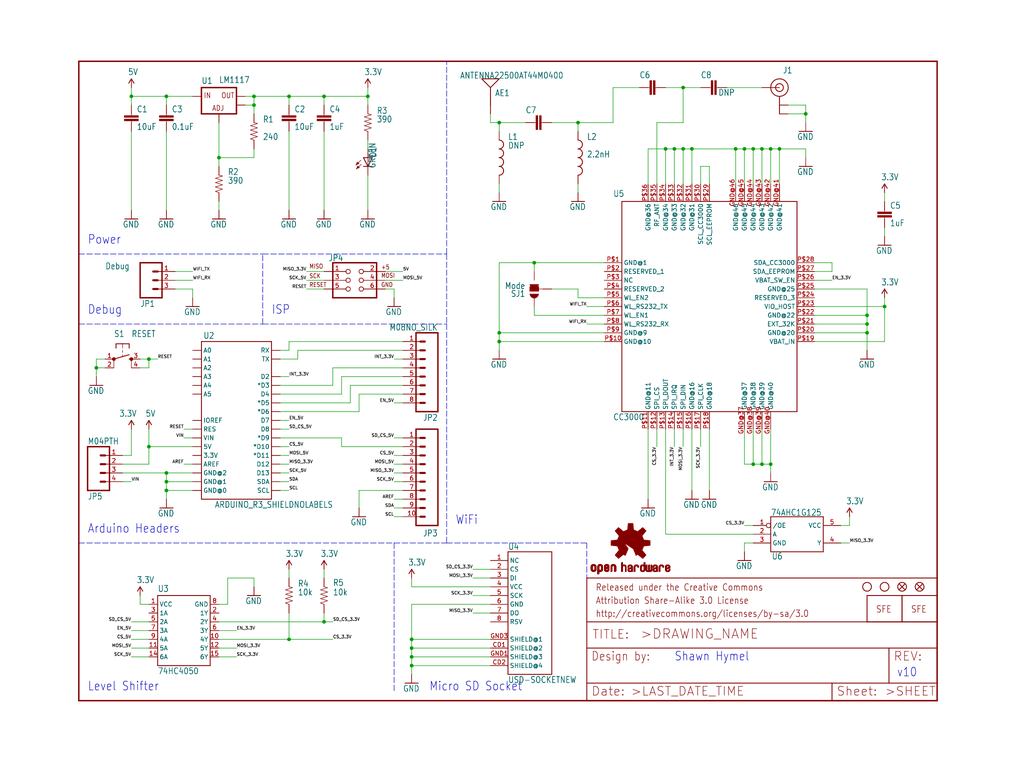
<source format=kicad_sch>
(kicad_sch (version 20211123) (generator eeschema)
  (paper "User" 297.002 223.926)
  (lib_symbols
    (symbol "schematicEagle-eagle-import:3.3V" (power)
      (property "Value" "3.3V" (at -1.016 3.556 0))
      (symbol "3.3V_1_0"
        (pin power_in line (at 0 0 90) (length 2.54) (name "3.3V") (number "1"))
      )
    )
    (symbol "schematicEagle-eagle-import:5V" (power)
      (property "Value" "5V" (at -1.016 3.556 0))
      (symbol "5V_1_0"
        (pin power_in line (at 0 0 90) (length 2.54) (name "5V") (number "1"))
      )
    )
    (symbol "schematicEagle-eagle-import:74AHC1G125"
      (property "Reference" "U" (at -7.366 -7.366 0))
      (property "Value" "74AHC1G125" (at -7.62 5.334 0))
      (symbol "74AHC1G125_1_0"
        (pin bidirectional inverted (at -12.7 2.54 0) (length 5.08) (name "/OE") (number "1"))
        (pin bidirectional line (at -12.7 0 0) (length 5.08) (name "A") (number "2"))
        (pin bidirectional line (at -12.7 -2.54 0) (length 5.08) (name "GND") (number "3"))
        (pin bidirectional line (at 12.7 -2.54 180) (length 5.08) (name "Y") (number "4"))
        (pin bidirectional line (at 12.7 2.54 180) (length 5.08) (name "VCC") (number "5"))
      )
    )
    (symbol "schematicEagle-eagle-import:ANTENNA22500AT44M0400"
      (property "Value" "ANTENNA22500AT44M0400" (at 1.27 -2.54 0))
      (symbol "ANTENNA22500AT44M0400_1_0"
        (pin bidirectional line (at 0 -5.08 90) (length 2.54) (name "SIGNAL") (number "FEED"))
      )
    )
    (symbol "schematicEagle-eagle-import:ARDUINO_R3_SHIELDNOLABELS"
      (property "Value" "ARDUINO_R3_SHIELDNOLABELS" (at -6.35 -27.94 0))
      (symbol "ARDUINO_R3_SHIELDNOLABELS_1_0"
        (pin bidirectional line (at -12.7 -12.7 0) (length 2.54) (name "3.3V") (number "3.3V"))
        (pin bidirectional line (at -12.7 -10.16 0) (length 2.54) (name "5V") (number "5V"))
        (pin bidirectional line (at -12.7 17.78 0) (length 2.54) (name "A0") (number "A0"))
        (pin bidirectional line (at -12.7 15.24 0) (length 2.54) (name "A1") (number "A1"))
        (pin bidirectional line (at -12.7 12.7 0) (length 2.54) (name "A2") (number "A2"))
        (pin bidirectional line (at -12.7 10.16 0) (length 2.54) (name "A3") (number "A3"))
        (pin bidirectional line (at -12.7 7.62 0) (length 2.54) (name "A4") (number "A4"))
        (pin bidirectional line (at -12.7 5.08 0) (length 2.54) (name "A5") (number "A5"))
        (pin bidirectional line (at -12.7 -15.24 0) (length 2.54) (name "AREF") (number "AREF"))
        (pin bidirectional line (at 12.7 -10.16 180) (length 2.54) (name "*D10") (number "D10"))
        (pin bidirectional line (at 12.7 -12.7 180) (length 2.54) (name "*D11") (number "D11"))
        (pin bidirectional line (at 12.7 -15.24 180) (length 2.54) (name "D12") (number "D12"))
        (pin bidirectional line (at 12.7 -17.78 180) (length 2.54) (name "D13") (number "D13"))
        (pin bidirectional line (at 12.7 10.16 180) (length 2.54) (name "D2") (number "D2"))
        (pin bidirectional line (at 12.7 7.62 180) (length 2.54) (name "*D3") (number "D3"))
        (pin bidirectional line (at 12.7 5.08 180) (length 2.54) (name "D4") (number "D4"))
        (pin bidirectional line (at 12.7 2.54 180) (length 2.54) (name "*D5") (number "D5"))
        (pin bidirectional line (at 12.7 0 180) (length 2.54) (name "*D6") (number "D6"))
        (pin bidirectional line (at 12.7 -2.54 180) (length 2.54) (name "D7") (number "D7"))
        (pin bidirectional line (at 12.7 -5.08 180) (length 2.54) (name "D8") (number "D8"))
        (pin bidirectional line (at 12.7 -7.62 180) (length 2.54) (name "*D9") (number "D9"))
        (pin bidirectional line (at -12.7 -22.86 0) (length 2.54) (name "GND@0") (number "GND@0"))
        (pin bidirectional line (at -12.7 -20.32 0) (length 2.54) (name "GND@1") (number "GND@1"))
        (pin bidirectional line (at -12.7 -17.78 0) (length 2.54) (name "GND@2") (number "GND@2"))
        (pin bidirectional line (at -12.7 -2.54 0) (length 2.54) (name "IOREF") (number "IOREF"))
        (pin bidirectional line (at -12.7 -5.08 0) (length 2.54) (name "RES") (number "RES"))
        (pin bidirectional line (at 12.7 17.78 180) (length 2.54) (name "RX") (number "RX"))
        (pin bidirectional line (at 12.7 -22.86 180) (length 2.54) (name "SCL") (number "SCL"))
        (pin bidirectional line (at 12.7 -20.32 180) (length 2.54) (name "SDA") (number "SDA"))
        (pin bidirectional line (at 12.7 15.24 180) (length 2.54) (name "TX") (number "TX"))
        (pin bidirectional line (at -12.7 -7.62 0) (length 2.54) (name "VIN") (number "VIN"))
      )
    )
    (symbol "schematicEagle-eagle-import:AVR_SPI_PRG_6PTH"
      (property "Reference" "J" (at -4.318 5.842 0))
      (property "Value" "AVR_SPI_PRG_6PTH" (at -4.064 -7.62 0))
      (symbol "AVR_SPI_PRG_6PTH_1_0"
        (text "+5" (at 8.89 3.048 0) (effects (font (size 1.27 1.0795)) (justify left bottom)))
        (text "GND" (at 8.89 -2.032 0) (effects (font (size 1.27 1.0795)) (justify left bottom)))
        (text "MISO" (at -11.938 3.302 0) (effects (font (size 1.27 1.0795)) (justify left bottom)))
        (text "MOSI" (at 8.89 0.635 0) (effects (font (size 1.27 1.0795)) (justify left bottom)))
        (text "RESET" (at -11.938 -2.032 0) (effects (font (size 1.27 1.0795)) (justify left bottom)))
        (text "SCK" (at -11.938 0.508 0) (effects (font (size 1.27 1.0795)) (justify left bottom)))
        (pin passive inverted (at -7.62 2.54 0) (length 7.62) (name "1") (number "1"))
        (pin passive inverted (at 10.16 2.54 180) (length 7.62) (name "2") (number "2"))
        (pin passive inverted (at -7.62 0 0) (length 7.62) (name "3") (number "3"))
        (pin passive inverted (at 10.16 0 180) (length 7.62) (name "4") (number "4"))
        (pin passive inverted (at -7.62 -2.54 0) (length 7.62) (name "5") (number "5"))
        (pin passive inverted (at 10.16 -2.54 180) (length 7.62) (name "6") (number "6"))
      )
    )
    (symbol "schematicEagle-eagle-import:CAP0603-CAP"
      (property "Reference" "C" (at 1.524 2.921 0))
      (property "Value" "CAP0603-CAP" (at 1.524 -2.159 0))
      (symbol "CAP0603-CAP_1_0"
        (pin passive line (at 0 5.08 270) (length 2.54) (name "1") (number "1"))
        (pin passive line (at 0 -2.54 90) (length 2.54) (name "2") (number "2"))
      )
    )
    (symbol "schematicEagle-eagle-import:CAP0805"
      (property "Reference" "C" (at 1.524 2.921 0))
      (property "Value" "CAP0805" (at 1.524 -2.159 0))
      (symbol "CAP0805_1_0"
        (pin passive line (at 0 5.08 270) (length 2.54) (name "1") (number "1"))
        (pin passive line (at 0 -2.54 90) (length 2.54) (name "2") (number "2"))
      )
    )
    (symbol "schematicEagle-eagle-import:CC3000"
      (property "Value" "CC3000" (at -27.94 -33.02 0))
      (symbol "CC3000_1_0"
        (pin bidirectional line (at 10.16 -35.56 90) (length 5.08) (name "GND@37") (number "GND@37"))
        (pin bidirectional line (at 12.7 -35.56 90) (length 5.08) (name "GND@38") (number "GND@38"))
        (pin bidirectional line (at 15.24 -35.56 90) (length 5.08) (name "GND@39") (number "GND@39"))
        (pin bidirectional line (at 17.78 -35.56 90) (length 5.08) (name "GND@40") (number "GND@40"))
        (pin bidirectional line (at 20.32 35.56 270) (length 5.08) (name "GND@41") (number "GND@41"))
        (pin bidirectional line (at 17.78 35.56 270) (length 5.08) (name "GND@42") (number "GND@42"))
        (pin bidirectional line (at 15.24 35.56 270) (length 5.08) (name "GND@43") (number "GND@43"))
        (pin bidirectional line (at 12.7 35.56 270) (length 5.08) (name "GND@44") (number "GND@44"))
        (pin bidirectional line (at 10.16 35.56 270) (length 5.08) (name "GND@45") (number "GND@45"))
        (pin bidirectional line (at 7.62 35.56 270) (length 5.08) (name "GND@46") (number "GND@46"))
        (pin bidirectional line (at -30.48 12.7 0) (length 5.08) (name "GND@1") (number "P$1"))
        (pin bidirectional line (at -30.48 -10.16 0) (length 5.08) (name "GND@10") (number "P$10"))
        (pin bidirectional line (at -17.78 -35.56 90) (length 5.08) (name "GND@11") (number "P$11"))
        (pin bidirectional line (at -15.24 -35.56 90) (length 5.08) (name "SPI_CS") (number "P$12"))
        (pin bidirectional line (at -12.7 -35.56 90) (length 5.08) (name "SPI_DOUT") (number "P$13"))
        (pin bidirectional line (at -10.16 -35.56 90) (length 5.08) (name "SPI_IRQ") (number "P$14"))
        (pin bidirectional line (at -7.62 -35.56 90) (length 5.08) (name "SPI_DIN") (number "P$15"))
        (pin bidirectional line (at -5.08 -35.56 90) (length 5.08) (name "GND@16") (number "P$16"))
        (pin bidirectional line (at -2.54 -35.56 90) (length 5.08) (name "SPI_CLK") (number "P$17"))
        (pin bidirectional line (at 0 -35.56 90) (length 5.08) (name "GND@18") (number "P$18"))
        (pin bidirectional line (at 30.48 -10.16 180) (length 5.08) (name "VBAT_IN") (number "P$19"))
        (pin bidirectional line (at -30.48 10.16 0) (length 5.08) (name "RESERVED_1") (number "P$2"))
        (pin bidirectional line (at 30.48 -7.62 180) (length 5.08) (name "GND@20") (number "P$20"))
        (pin bidirectional line (at 30.48 -5.08 180) (length 5.08) (name "EXT_32K") (number "P$21"))
        (pin bidirectional line (at 30.48 -2.54 180) (length 5.08) (name "GND@22") (number "P$22"))
        (pin bidirectional line (at 30.48 0 180) (length 5.08) (name "VIO_HOST") (number "P$23"))
        (pin bidirectional line (at 30.48 2.54 180) (length 5.08) (name "RESERVED_3") (number "P$24"))
        (pin bidirectional line (at 30.48 5.08 180) (length 5.08) (name "GND@25") (number "P$25"))
        (pin bidirectional line (at 30.48 7.62 180) (length 5.08) (name "VBAT_SW_EN") (number "P$26"))
        (pin bidirectional line (at 30.48 10.16 180) (length 5.08) (name "SDA_EEPROM") (number "P$27"))
        (pin bidirectional line (at 30.48 12.7 180) (length 5.08) (name "SDA_CC3000") (number "P$28"))
        (pin bidirectional line (at 0 35.56 270) (length 5.08) (name "SCL_EEPROM") (number "P$29"))
        (pin bidirectional line (at -30.48 7.62 0) (length 5.08) (name "NC") (number "P$3"))
        (pin bidirectional line (at -2.54 35.56 270) (length 5.08) (name "SCL_CC3000") (number "P$30"))
        (pin bidirectional line (at -5.08 35.56 270) (length 5.08) (name "GND@31") (number "P$31"))
        (pin bidirectional line (at -7.62 35.56 270) (length 5.08) (name "GND@32") (number "P$32"))
        (pin bidirectional line (at -10.16 35.56 270) (length 5.08) (name "GND@33") (number "P$33"))
        (pin bidirectional line (at -12.7 35.56 270) (length 5.08) (name "GND@34") (number "P$34"))
        (pin bidirectional line (at -15.24 35.56 270) (length 5.08) (name "RF_ANT") (number "P$35"))
        (pin bidirectional line (at -17.78 35.56 270) (length 5.08) (name "GND@36") (number "P$36"))
        (pin bidirectional line (at -30.48 5.08 0) (length 5.08) (name "RESERVED_2") (number "P$4"))
        (pin bidirectional line (at -30.48 2.54 0) (length 5.08) (name "WL_EN2") (number "P$5"))
        (pin bidirectional line (at -30.48 0 0) (length 5.08) (name "WL_RS232_TX") (number "P$6"))
        (pin bidirectional line (at -30.48 -2.54 0) (length 5.08) (name "WL_EN1") (number "P$7"))
        (pin bidirectional line (at -30.48 -5.08 0) (length 5.08) (name "WL_RS232_RX") (number "P$8"))
        (pin bidirectional line (at -30.48 -7.62 0) (length 5.08) (name "GND@9") (number "P$9"))
      )
    )
    (symbol "schematicEagle-eagle-import:FIDUCIAL1X2")
    (symbol "schematicEagle-eagle-import:FRAME-LETTER"
      (symbol "FRAME-LETTER_2_0"
        (text ">DRAWING_NAME" (at 15.494 17.78 0) (effects (font (size 2.7432 2.7432)) (justify left bottom)))
        (text ">LAST_DATE_TIME" (at 12.7 1.27 0) (effects (font (size 2.54 2.54)) (justify left bottom)))
        (text ">SHEET" (at 86.36 1.27 0) (effects (font (size 2.54 2.54)) (justify left bottom)))
        (text "Attribution Share-Alike 3.0 License" (at 2.54 27.94 0) (effects (font (size 1.9304 1.6408)) (justify left bottom)))
        (text "Date:" (at 1.27 1.27 0) (effects (font (size 2.54 2.54)) (justify left bottom)))
        (text "Design by:" (at 1.27 11.43 0) (effects (font (size 2.54 2.159)) (justify left bottom)))
        (text "http://creativecommons.org/licenses/by-sa/3.0" (at 2.54 24.13 0) (effects (font (size 1.9304 1.6408)) (justify left bottom)))
        (text "Released under the Creative Commons" (at 2.54 31.75 0) (effects (font (size 1.9304 1.6408)) (justify left bottom)))
        (text "REV:" (at 88.9 11.43 0) (effects (font (size 2.54 2.54)) (justify left bottom)))
        (text "Sheet:" (at 72.39 1.27 0) (effects (font (size 2.54 2.54)) (justify left bottom)))
        (text "TITLE:" (at 1.524 17.78 0) (effects (font (size 2.54 2.54)) (justify left bottom)))
      )
    )
    (symbol "schematicEagle-eagle-import:GND" (power)
      (property "Value" "GND" (at -2.54 -2.54 0))
      (symbol "GND_1_0"
        (pin power_in line (at 0 2.54 270) (length 2.54) (name "GND") (number "1"))
      )
    )
    (symbol "schematicEagle-eagle-import:HEX_CONVERTER"
      (property "Reference" "U" (at -7.62 10.16 0))
      (property "Value" "HEX_CONVERTER" (at -7.62 -12.7 0))
      (symbol "HEX_CONVERTER_1_0"
        (pin bidirectional line (at -10.16 7.62 0) (length 2.54) (name "VCC") (number "1"))
        (pin bidirectional line (at 10.16 -2.54 180) (length 2.54) (name "4Y") (number "10"))
        (pin bidirectional line (at -10.16 -5.08 0) (length 2.54) (name "5A") (number "11"))
        (pin bidirectional line (at 10.16 -5.08 180) (length 2.54) (name "5Y") (number "12"))
        (pin bidirectional line (at -10.16 -7.62 0) (length 2.54) (name "6A") (number "14"))
        (pin bidirectional line (at 10.16 -7.62 180) (length 2.54) (name "6Y") (number "15"))
        (pin bidirectional line (at 10.16 5.08 180) (length 2.54) (name "1Y") (number "2"))
        (pin bidirectional line (at -10.16 5.08 0) (length 2.54) (name "1A") (number "3"))
        (pin bidirectional line (at 10.16 2.54 180) (length 2.54) (name "2Y") (number "4"))
        (pin bidirectional line (at -10.16 2.54 0) (length 2.54) (name "2A") (number "5"))
        (pin bidirectional line (at 10.16 0 180) (length 2.54) (name "3Y") (number "6"))
        (pin bidirectional line (at -10.16 0 0) (length 2.54) (name "3A") (number "7"))
        (pin bidirectional line (at 10.16 7.62 180) (length 2.54) (name "GND") (number "8"))
        (pin bidirectional line (at -10.16 -2.54 0) (length 2.54) (name "4A") (number "9"))
      )
    )
    (symbol "schematicEagle-eagle-import:INDUCTOR0603"
      (property "Reference" "L" (at 2.54 5.08 0))
      (property "Value" "INDUCTOR0603" (at 2.54 -5.08 0))
      (symbol "INDUCTOR0603_1_0"
        (pin passive line (at 0 7.62 270) (length 2.54) (name "1") (number "1"))
        (pin passive line (at 0 -7.62 90) (length 2.54) (name "2") (number "2"))
      )
    )
    (symbol "schematicEagle-eagle-import:LED-GREEN0603"
      (property "Reference" "D" (at 3.556 -4.572 90))
      (property "Value" "LED-GREEN0603" (at 5.715 -4.572 90))
      (symbol "LED-GREEN0603_1_0"
        (pin passive line (at 0 2.54 270) (length 2.54) (name "A") (number "A"))
        (pin passive line (at 0 -5.08 90) (length 2.54) (name "C") (number "C"))
      )
    )
    (symbol "schematicEagle-eagle-import:LOGO-SFENEW"
      (symbol "LOGO-SFENEW_1_0"
        (text "SFE" (at 0 0 0) (effects (font (size 1.9304 1.6408)) (justify left bottom)))
      )
    )
    (symbol "schematicEagle-eagle-import:LOGO-SFESK"
      (symbol "LOGO-SFESK_1_0"
        (text "SFE" (at 0 0 0) (effects (font (size 1.9304 1.6408)) (justify left bottom)))
      )
    )
    (symbol "schematicEagle-eagle-import:M03PTH"
      (property "Reference" "JP" (at -2.54 5.842 0))
      (property "Value" "M03PTH" (at -2.54 -7.62 0))
      (symbol "M03PTH_1_0"
        (pin passive line (at 7.62 -2.54 180) (length 5.08) (name "1") (number "1"))
        (pin passive line (at 7.62 0 180) (length 5.08) (name "2") (number "2"))
        (pin passive line (at 7.62 2.54 180) (length 5.08) (name "3") (number "3"))
      )
    )
    (symbol "schematicEagle-eagle-import:M04PTH"
      (property "Reference" "JP" (at -5.08 8.382 0))
      (property "Value" "M04PTH" (at -5.08 -7.62 0))
      (symbol "M04PTH_1_0"
        (pin passive line (at 5.08 -2.54 180) (length 5.08) (name "1") (number "1"))
        (pin passive line (at 5.08 0 180) (length 5.08) (name "2") (number "2"))
        (pin passive line (at 5.08 2.54 180) (length 5.08) (name "3") (number "3"))
        (pin passive line (at 5.08 5.08 180) (length 5.08) (name "4") (number "4"))
      )
    )
    (symbol "schematicEagle-eagle-import:M08NO_SILK"
      (property "Reference" "JP" (at -5.08 13.462 0))
      (property "Value" "M08NO_SILK" (at -5.08 -12.7 0))
      (symbol "M08NO_SILK_1_0"
        (pin passive line (at 5.08 -7.62 180) (length 5.08) (name "1") (number "1"))
        (pin passive line (at 5.08 -5.08 180) (length 5.08) (name "2") (number "2"))
        (pin passive line (at 5.08 -2.54 180) (length 5.08) (name "3") (number "3"))
        (pin passive line (at 5.08 0 180) (length 5.08) (name "4") (number "4"))
        (pin passive line (at 5.08 2.54 180) (length 5.08) (name "5") (number "5"))
        (pin passive line (at 5.08 5.08 180) (length 5.08) (name "6") (number "6"))
        (pin passive line (at 5.08 7.62 180) (length 5.08) (name "7") (number "7"))
        (pin passive line (at 5.08 10.16 180) (length 5.08) (name "8") (number "8"))
      )
    )
    (symbol "schematicEagle-eagle-import:M10NO_SILK"
      (property "Reference" "JP" (at 0 8.89 0))
      (property "Value" "M10NO_SILK" (at 0 -22.86 0))
      (symbol "M10NO_SILK_1_0"
        (pin passive line (at 10.16 -17.78 180) (length 5.08) (name "1") (number "1"))
        (pin passive line (at 10.16 5.08 180) (length 5.08) (name "10") (number "10"))
        (pin passive line (at 10.16 -15.24 180) (length 5.08) (name "2") (number "2"))
        (pin passive line (at 10.16 -12.7 180) (length 5.08) (name "3") (number "3"))
        (pin passive line (at 10.16 -10.16 180) (length 5.08) (name "4") (number "4"))
        (pin passive line (at 10.16 -7.62 180) (length 5.08) (name "5") (number "5"))
        (pin passive line (at 10.16 -5.08 180) (length 5.08) (name "6") (number "6"))
        (pin passive line (at 10.16 -2.54 180) (length 5.08) (name "7") (number "7"))
        (pin passive line (at 10.16 0 180) (length 5.08) (name "8") (number "8"))
        (pin passive line (at 10.16 2.54 180) (length 5.08) (name "9") (number "9"))
      )
    )
    (symbol "schematicEagle-eagle-import:OSHW-LOGOS")
    (symbol "schematicEagle-eagle-import:RESISTOR0603"
      (property "Reference" "R" (at -3.81 1.4986 0))
      (property "Value" "RESISTOR0603" (at -3.81 -3.302 0))
      (symbol "RESISTOR0603_1_0"
        (pin passive line (at -5.08 0 0) (length 2.54) (name "1") (number "1"))
        (pin passive line (at 5.08 0 180) (length 2.54) (name "2") (number "2"))
      )
    )
    (symbol "schematicEagle-eagle-import:RESISTOR0603-RES"
      (property "Reference" "R" (at -3.81 1.4986 0))
      (property "Value" "RESISTOR0603-RES" (at -3.81 -3.302 0))
      (symbol "RESISTOR0603-RES_1_0"
        (pin passive line (at -5.08 0 0) (length 2.54) (name "1") (number "1"))
        (pin passive line (at 5.08 0 180) (length 2.54) (name "2") (number "2"))
      )
    )
    (symbol "schematicEagle-eagle-import:SOLDERJUMPER_2WAYPASTE1&2"
      (property "Reference" "SJ" (at 2.54 0.381 0))
      (property "Value" "SOLDERJUMPER_2WAYPASTE1&2" (at 2.54 -1.905 0))
      (symbol "SOLDERJUMPER_2WAYPASTE1&2_1_0"
        (pin passive line (at 0 5.08 270) (length 2.54) (name "1") (number "1"))
        (pin passive line (at -5.08 0 0) (length 2.54) (name "2") (number "2"))
        (pin passive line (at 0 -5.08 90) (length 2.54) (name "3") (number "3"))
      )
    )
    (symbol "schematicEagle-eagle-import:STAND-OFF")
    (symbol "schematicEagle-eagle-import:TAC_SWITCHSMD"
      (property "Reference" "S" (at -2.54 6.35 0))
      (property "Value" "TAC_SWITCHSMD" (at -2.54 -6.35 0))
      (symbol "TAC_SWITCHSMD_1_0"
        (pin passive line (at -5.08 0 0) (length 2.54) (name "1") (number "1"))
        (pin passive line (at -5.08 -2.54 0) (length 2.54) (name "2") (number "2"))
        (pin passive line (at 5.08 0 180) (length 2.54) (name "3") (number "3"))
        (pin passive line (at 5.08 -2.54 180) (length 2.54) (name "4") (number "4"))
      )
    )
    (symbol "schematicEagle-eagle-import:U.FL"
      (property "Reference" "J" (at -3.81 4.064 0))
      (symbol "U.FL_1_0"
        (pin bidirectional line (at -2.54 -5.08 0) (length 2.54) (name "GND@0") (number "P$1"))
        (pin bidirectional line (at -2.54 -7.62 0) (length 2.54) (name "GND@1") (number "P$2"))
        (pin bidirectional line (at 5.08 0 180) (length 5.08) (name "SIGNAL") (number "P$3"))
      )
    )
    (symbol "schematicEagle-eagle-import:USD-SOCKETNEW"
      (property "Reference" "U" (at -2.54 15.748 0))
      (property "Value" "USD-SOCKETNEW" (at -2.54 -22.86 0))
      (symbol "USD-SOCKETNEW_1_0"
        (pin bidirectional line (at -7.62 12.7 0) (length 5.08) (name "NC") (number "1"))
        (pin bidirectional line (at -7.62 10.16 0) (length 5.08) (name "CS") (number "2"))
        (pin bidirectional line (at -7.62 7.62 0) (length 5.08) (name "DI") (number "3"))
        (pin bidirectional line (at -7.62 5.08 0) (length 5.08) (name "VCC") (number "4"))
        (pin bidirectional line (at -7.62 2.54 0) (length 5.08) (name "SCK") (number "5"))
        (pin bidirectional line (at -7.62 0 0) (length 5.08) (name "GND") (number "6"))
        (pin bidirectional line (at -7.62 -2.54 0) (length 5.08) (name "DO") (number "7"))
        (pin bidirectional line (at -7.62 -5.08 0) (length 5.08) (name "RSV") (number "8"))
        (pin bidirectional line (at -7.62 -12.7 0) (length 5.08) (name "SHIELD@2") (number "CD1"))
        (pin bidirectional line (at -7.62 -17.78 0) (length 5.08) (name "SHIELD@4") (number "CD2"))
        (pin bidirectional line (at -7.62 -15.24 0) (length 5.08) (name "SHIELD@3") (number "GND1"))
        (pin bidirectional line (at -7.62 -10.16 0) (length 5.08) (name "SHIELD@1") (number "GND3"))
      )
    )
    (symbol "schematicEagle-eagle-import:V_REG_LM1117SOT223"
      (property "Reference" "IC" (at 2.54 -7.62 0))
      (property "Value" "V_REG_LM1117SOT223" (at 2.54 -10.16 0))
      (symbol "V_REG_LM1117SOT223_1_0"
        (text "ADJ" (at -2.032 -4.318 0) (effects (font (size 1.524 1.2954)) (justify left bottom)))
        (text "IN" (at -4.445 -0.635 0) (effects (font (size 1.524 1.2954)) (justify left bottom)))
        (text "OUT" (at 0.635 -0.635 0) (effects (font (size 1.524 1.2954)) (justify left bottom)))
        (pin input line (at 0 -7.62 90) (length 2.54) (name "ADJ") (number "1"))
        (pin output line (at 7.62 0 180) (length 2.54) (name "OUT") (number "2"))
        (pin input line (at -7.62 0 0) (length 2.54) (name "IN") (number "3"))
        (pin output line (at 7.62 -2.54 180) (length 2.54) (name "OUT@1") (number "4"))
      )
    )
  )
  (junction (at 144.78 35.56))
  (junction (at 106.68 27.94))
  (junction (at 215.9 43.18))
  (junction (at 223.52 43.18))
  (junction (at 193.04 43.18))
  (junction (at 63.5 45.72))
  (junction (at 256.54 88.9))
  (junction (at 213.36 43.18))
  (junction (at 119.38 185.42))
  (junction (at 27.94 106.68))
  (junction (at 83.82 27.94))
  (junction (at 144.78 99.06))
  (junction (at 198.12 25.4))
  (junction (at 38.1 27.94))
  (junction (at 154.94 76.2))
  (junction (at 167.64 35.56))
  (junction (at 220.98 43.18))
  (junction (at 119.38 193.04))
  (junction (at 43.18 104.14))
  (junction (at 195.58 43.18))
  (junction (at 251.46 91.44))
  (junction (at 218.44 134.62))
  (junction (at 73.66 30.48))
  (junction (at 93.98 27.94))
  (junction (at 83.82 185.42))
  (junction (at 226.06 43.18))
  (junction (at 43.18 129.54))
  (junction (at 73.66 27.94))
  (junction (at 251.46 96.52))
  (junction (at 119.38 187.96))
  (junction (at 223.52 134.62))
  (junction (at 48.26 142.24))
  (junction (at 200.66 43.18))
  (junction (at 233.68 33.02))
  (junction (at 48.26 139.7))
  (junction (at 48.26 27.94))
  (junction (at 198.12 43.18))
  (junction (at 220.98 134.62))
  (junction (at 119.38 190.5))
  (junction (at 218.44 43.18))
  (junction (at 251.46 93.98))
  (junction (at 144.78 96.52))
  (junction (at 93.98 180.34))
  (junction (at 48.26 137.16))
  (wire (pts (xy 27.94 104.14) (xy 27.94 106.68)))
  (wire (pts (xy 116.84 132.08) (xy 114.3 132.08)))
  (wire (pts (xy 81.28 132.08) (xy 83.82 132.08)))
  (wire (pts (xy 73.66 43.18) (xy 73.66 45.72)))
  (wire (pts (xy 93.98 167.64) (xy 93.98 165.1)))
  (wire (pts (xy 106.68 25.4) (xy 106.68 27.94)))
  (wire (pts (xy 86.36 101.6) (xy 116.84 101.6)))
  (wire (pts (xy 251.46 93.98) (xy 251.46 96.52)))
  (polyline (pts (xy 129.54 93.98) (xy 129.54 157.48)))
  (wire (pts (xy 73.66 30.48) (xy 73.66 33.02)))
  (wire (pts (xy 215.9 43.18) (xy 218.44 43.18)))
  (wire (pts (xy 63.5 45.72) (xy 63.5 48.26)))
  (wire (pts (xy 241.3 76.2) (xy 241.3 78.74)))
  (polyline (pts (xy 129.54 73.66) (xy 129.54 17.78)))
  (wire (pts (xy 236.22 76.2) (xy 241.3 76.2)))
  (wire (pts (xy 63.5 185.42) (xy 83.82 185.42)))
  (wire (pts (xy 142.24 185.42) (xy 119.38 185.42)))
  (wire (pts (xy 35.56 134.62) (xy 43.18 134.62)))
  (polyline (pts (xy 114.3 157.48) (xy 114.3 200.66)))
  (wire (pts (xy 48.26 38.1) (xy 48.26 60.96)))
  (wire (pts (xy 144.78 76.2) (xy 144.78 96.52)))
  (wire (pts (xy 111.76 81.28) (xy 116.84 81.28)))
  (wire (pts (xy 93.98 83.82) (xy 88.9 83.82)))
  (wire (pts (xy 200.66 53.34) (xy 200.66 43.18)))
  (wire (pts (xy 96.52 111.76) (xy 96.52 106.68)))
  (wire (pts (xy 167.64 83.82) (xy 160.02 83.82)))
  (wire (pts (xy 50.8 83.82) (xy 55.88 83.82)))
  (wire (pts (xy 190.5 35.56) (xy 198.12 35.56)))
  (polyline (pts (xy 22.86 93.98) (xy 76.2 93.98)))
  (wire (pts (xy 114.3 83.82) (xy 114.3 86.36)))
  (wire (pts (xy 81.28 121.92) (xy 83.82 121.92)))
  (wire (pts (xy 142.24 190.5) (xy 119.38 190.5)))
  (wire (pts (xy 71.12 27.94) (xy 73.66 27.94)))
  (wire (pts (xy 251.46 91.44) (xy 251.46 93.98)))
  (wire (pts (xy 218.44 152.4) (xy 215.9 152.4)))
  (wire (pts (xy 142.24 170.18) (xy 119.38 170.18)))
  (wire (pts (xy 215.9 53.34) (xy 215.9 43.18)))
  (polyline (pts (xy 76.2 73.66) (xy 129.54 73.66)))
  (wire (pts (xy 167.64 86.36) (xy 167.64 83.82)))
  (wire (pts (xy 104.14 142.24) (xy 104.14 147.32)))
  (wire (pts (xy 175.26 96.52) (xy 144.78 96.52)))
  (wire (pts (xy 243.84 157.48) (xy 246.38 157.48)))
  (wire (pts (xy 93.98 38.1) (xy 93.98 60.96)))
  (wire (pts (xy 63.5 187.96) (xy 68.58 187.96)))
  (wire (pts (xy 81.28 124.46) (xy 83.82 124.46)))
  (wire (pts (xy 205.74 48.26) (xy 205.74 53.34)))
  (wire (pts (xy 63.5 180.34) (xy 93.98 180.34)))
  (wire (pts (xy 226.06 43.18) (xy 233.68 43.18)))
  (polyline (pts (xy 170.18 157.48) (xy 170.18 167.64)))
  (wire (pts (xy 50.8 81.28) (xy 55.88 81.28)))
  (wire (pts (xy 177.8 35.56) (xy 177.8 25.4)))
  (wire (pts (xy 81.28 119.38) (xy 104.14 119.38)))
  (wire (pts (xy 50.8 78.74) (xy 55.88 78.74)))
  (wire (pts (xy 83.82 167.64) (xy 83.82 165.1)))
  (wire (pts (xy 38.1 27.94) (xy 38.1 25.4)))
  (wire (pts (xy 142.24 175.26) (xy 119.38 175.26)))
  (wire (pts (xy 251.46 83.82) (xy 251.46 91.44)))
  (wire (pts (xy 218.44 157.48) (xy 215.9 157.48)))
  (wire (pts (xy 218.44 134.62) (xy 220.98 134.62)))
  (wire (pts (xy 63.5 182.88) (xy 68.58 182.88)))
  (wire (pts (xy 43.18 104.14) (xy 45.72 104.14)))
  (wire (pts (xy 48.26 27.94) (xy 55.88 27.94)))
  (wire (pts (xy 144.78 53.34) (xy 144.78 55.88)))
  (wire (pts (xy 116.84 147.32) (xy 114.3 147.32)))
  (wire (pts (xy 175.26 93.98) (xy 170.18 93.98)))
  (wire (pts (xy 111.76 78.74) (xy 116.84 78.74)))
  (wire (pts (xy 220.98 43.18) (xy 223.52 43.18)))
  (wire (pts (xy 81.28 116.84) (xy 101.6 116.84)))
  (wire (pts (xy 43.18 180.34) (xy 38.1 180.34)))
  (wire (pts (xy 223.52 134.62) (xy 223.52 137.16)))
  (wire (pts (xy 43.18 175.26) (xy 40.64 175.26)))
  (wire (pts (xy 73.66 27.94) (xy 73.66 30.48)))
  (wire (pts (xy 246.38 152.4) (xy 246.38 149.86)))
  (wire (pts (xy 86.36 104.14) (xy 86.36 101.6)))
  (wire (pts (xy 203.2 48.26) (xy 205.74 48.26)))
  (wire (pts (xy 200.66 124.46) (xy 200.66 142.24)))
  (wire (pts (xy 200.66 43.18) (xy 213.36 43.18)))
  (wire (pts (xy 48.26 142.24) (xy 48.26 144.78)))
  (wire (pts (xy 203.2 124.46) (xy 203.2 129.54)))
  (wire (pts (xy 233.68 33.02) (xy 233.68 35.56)))
  (wire (pts (xy 111.76 83.82) (xy 114.3 83.82)))
  (wire (pts (xy 218.44 53.34) (xy 218.44 43.18)))
  (polyline (pts (xy 22.86 157.48) (xy 114.3 157.48)))
  (wire (pts (xy 83.82 27.94) (xy 93.98 27.94)))
  (wire (pts (xy 175.26 76.2) (xy 154.94 76.2)))
  (wire (pts (xy 43.18 129.54) (xy 43.18 124.46)))
  (wire (pts (xy 81.28 139.7) (xy 83.82 139.7)))
  (wire (pts (xy 198.12 35.56) (xy 198.12 25.4)))
  (wire (pts (xy 203.2 25.4) (xy 198.12 25.4)))
  (wire (pts (xy 63.5 175.26) (xy 66.04 175.26)))
  (wire (pts (xy 236.22 93.98) (xy 251.46 93.98)))
  (wire (pts (xy 210.82 25.4) (xy 220.98 25.4)))
  (wire (pts (xy 93.98 30.48) (xy 93.98 27.94)))
  (wire (pts (xy 35.56 139.7) (xy 38.1 139.7)))
  (wire (pts (xy 30.48 104.14) (xy 27.94 104.14)))
  (wire (pts (xy 154.94 88.9) (xy 154.94 91.44)))
  (wire (pts (xy 220.98 53.34) (xy 220.98 43.18)))
  (wire (pts (xy 40.64 106.68) (xy 43.18 106.68)))
  (wire (pts (xy 190.5 124.46) (xy 190.5 129.54)))
  (wire (pts (xy 187.96 124.46) (xy 187.96 144.78)))
  (wire (pts (xy 81.28 127) (xy 99.06 127)))
  (wire (pts (xy 215.9 134.62) (xy 218.44 134.62)))
  (wire (pts (xy 256.54 55.88) (xy 256.54 58.42)))
  (wire (pts (xy 83.82 177.8) (xy 83.82 185.42)))
  (wire (pts (xy 116.84 104.14) (xy 114.3 104.14)))
  (wire (pts (xy 213.36 43.18) (xy 215.9 43.18)))
  (wire (pts (xy 73.66 27.94) (xy 83.82 27.94)))
  (wire (pts (xy 256.54 88.9) (xy 256.54 86.36)))
  (wire (pts (xy 203.2 53.34) (xy 203.2 48.26)))
  (wire (pts (xy 142.24 193.04) (xy 119.38 193.04)))
  (wire (pts (xy 205.74 142.24) (xy 205.74 124.46)))
  (wire (pts (xy 63.5 58.42) (xy 63.5 60.96)))
  (wire (pts (xy 198.12 43.18) (xy 200.66 43.18)))
  (wire (pts (xy 83.82 101.6) (xy 83.82 99.06)))
  (wire (pts (xy 167.64 35.56) (xy 160.02 35.56)))
  (wire (pts (xy 116.84 142.24) (xy 104.14 142.24)))
  (wire (pts (xy 193.04 43.18) (xy 195.58 43.18)))
  (wire (pts (xy 104.14 119.38) (xy 104.14 114.3)))
  (wire (pts (xy 55.88 139.7) (xy 48.26 139.7)))
  (wire (pts (xy 81.28 137.16) (xy 83.82 137.16)))
  (wire (pts (xy 38.1 27.94) (xy 48.26 27.94)))
  (wire (pts (xy 119.38 193.04) (xy 119.38 195.58)))
  (wire (pts (xy 193.04 53.34) (xy 193.04 43.18)))
  (wire (pts (xy 228.6 30.48) (xy 233.68 30.48)))
  (wire (pts (xy 99.06 109.22) (xy 116.84 109.22)))
  (wire (pts (xy 101.6 116.84) (xy 101.6 111.76)))
  (wire (pts (xy 175.26 86.36) (xy 167.64 86.36)))
  (polyline (pts (xy 22.86 73.66) (xy 76.2 73.66)))
  (wire (pts (xy 35.56 137.16) (xy 48.26 137.16)))
  (wire (pts (xy 81.28 101.6) (xy 83.82 101.6)))
  (wire (pts (xy 236.22 91.44) (xy 251.46 91.44)))
  (wire (pts (xy 116.84 149.86) (xy 114.3 149.86)))
  (wire (pts (xy 38.1 132.08) (xy 38.1 124.46)))
  (wire (pts (xy 142.24 177.8) (xy 137.16 177.8)))
  (wire (pts (xy 223.52 134.62) (xy 223.52 124.46)))
  (wire (pts (xy 218.44 124.46) (xy 218.44 134.62)))
  (wire (pts (xy 198.12 25.4) (xy 193.04 25.4)))
  (wire (pts (xy 190.5 53.34) (xy 190.5 35.56)))
  (wire (pts (xy 243.84 152.4) (xy 246.38 152.4)))
  (wire (pts (xy 27.94 106.68) (xy 27.94 109.22)))
  (wire (pts (xy 81.28 142.24) (xy 83.82 142.24)))
  (wire (pts (xy 154.94 78.74) (xy 154.94 76.2)))
  (wire (pts (xy 38.1 38.1) (xy 38.1 60.96)))
  (wire (pts (xy 81.28 134.62) (xy 83.82 134.62)))
  (wire (pts (xy 99.06 129.54) (xy 116.84 129.54)))
  (wire (pts (xy 43.18 106.68) (xy 43.18 104.14)))
  (wire (pts (xy 43.18 185.42) (xy 38.1 185.42)))
  (wire (pts (xy 66.04 175.26) (xy 66.04 167.64)))
  (wire (pts (xy 55.88 134.62) (xy 53.34 134.62)))
  (wire (pts (xy 142.24 165.1) (xy 137.16 165.1)))
  (wire (pts (xy 167.64 53.34) (xy 167.64 55.88)))
  (polyline (pts (xy 76.2 93.98) (xy 129.54 93.98)))
  (wire (pts (xy 40.64 104.14) (xy 43.18 104.14)))
  (wire (pts (xy 152.4 35.56) (xy 144.78 35.56)))
  (wire (pts (xy 30.48 106.68) (xy 27.94 106.68)))
  (wire (pts (xy 175.26 88.9) (xy 170.18 88.9)))
  (wire (pts (xy 198.12 124.46) (xy 198.12 129.54)))
  (wire (pts (xy 215.9 124.46) (xy 215.9 134.62)))
  (wire (pts (xy 154.94 91.44) (xy 175.26 91.44)))
  (wire (pts (xy 63.5 190.5) (xy 68.58 190.5)))
  (wire (pts (xy 93.98 27.94) (xy 106.68 27.94)))
  (wire (pts (xy 48.26 30.48) (xy 48.26 27.94)))
  (wire (pts (xy 73.66 45.72) (xy 63.5 45.72)))
  (wire (pts (xy 256.54 99.06) (xy 256.54 88.9)))
  (wire (pts (xy 71.12 30.48) (xy 73.66 30.48)))
  (wire (pts (xy 116.84 144.78) (xy 114.3 144.78)))
  (polyline (pts (xy 129.54 157.48) (xy 170.18 157.48)))
  (wire (pts (xy 106.68 27.94) (xy 106.68 30.48)))
  (wire (pts (xy 233.68 30.48) (xy 233.68 33.02)))
  (wire (pts (xy 187.96 53.34) (xy 187.96 43.18)))
  (wire (pts (xy 55.88 129.54) (xy 43.18 129.54)))
  (wire (pts (xy 256.54 66.04) (xy 256.54 68.58)))
  (wire (pts (xy 55.88 124.46) (xy 53.34 124.46)))
  (wire (pts (xy 167.64 35.56) (xy 177.8 35.56)))
  (wire (pts (xy 48.26 137.16) (xy 48.26 139.7)))
  (wire (pts (xy 236.22 96.52) (xy 251.46 96.52)))
  (wire (pts (xy 81.28 111.76) (xy 96.52 111.76)))
  (wire (pts (xy 63.5 35.56) (xy 63.5 45.72)))
  (wire (pts (xy 81.28 114.3) (xy 99.06 114.3)))
  (wire (pts (xy 40.64 175.26) (xy 40.64 172.72)))
  (wire (pts (xy 83.82 27.94) (xy 83.82 30.48)))
  (wire (pts (xy 144.78 99.06) (xy 144.78 101.6)))
  (wire (pts (xy 38.1 30.48) (xy 38.1 27.94)))
  (wire (pts (xy 251.46 96.52) (xy 251.46 101.6)))
  (wire (pts (xy 236.22 88.9) (xy 256.54 88.9)))
  (wire (pts (xy 226.06 53.34) (xy 226.06 43.18)))
  (wire (pts (xy 93.98 180.34) (xy 96.52 180.34)))
  (wire (pts (xy 83.82 99.06) (xy 116.84 99.06)))
  (wire (pts (xy 177.8 25.4) (xy 185.42 25.4)))
  (wire (pts (xy 101.6 111.76) (xy 116.84 111.76)))
  (wire (pts (xy 93.98 177.8) (xy 93.98 180.34)))
  (wire (pts (xy 81.28 109.22) (xy 83.82 109.22)))
  (wire (pts (xy 195.58 124.46) (xy 195.58 129.54)))
  (wire (pts (xy 119.38 170.18) (xy 119.38 167.64)))
  (wire (pts (xy 66.04 167.64) (xy 73.66 167.64)))
  (wire (pts (xy 43.18 134.62) (xy 43.18 129.54)))
  (wire (pts (xy 96.52 106.68) (xy 116.84 106.68)))
  (wire (pts (xy 218.44 154.94) (xy 193.04 154.94)))
  (wire (pts (xy 119.38 185.42) (xy 119.38 187.96)))
  (wire (pts (xy 55.88 83.82) (xy 55.88 86.36)))
  (wire (pts (xy 106.68 40.64) (xy 106.68 43.18)))
  (wire (pts (xy 43.18 187.96) (xy 38.1 187.96)))
  (wire (pts (xy 220.98 134.62) (xy 223.52 134.62)))
  (wire (pts (xy 215.9 157.48) (xy 215.9 160.02)))
  (wire (pts (xy 93.98 81.28) (xy 88.9 81.28)))
  (polyline (pts (xy 129.54 73.66) (xy 129.54 93.98)))
  (wire (pts (xy 119.38 187.96) (xy 119.38 190.5)))
  (wire (pts (xy 195.58 43.18) (xy 198.12 43.18)))
  (wire (pts (xy 142.24 172.72) (xy 137.16 172.72)))
  (wire (pts (xy 55.88 137.16) (xy 48.26 137.16)))
  (wire (pts (xy 48.26 139.7) (xy 48.26 142.24)))
  (wire (pts (xy 106.68 50.8) (xy 106.68 60.96)))
  (wire (pts (xy 43.18 190.5) (xy 38.1 190.5)))
  (wire (pts (xy 233.68 43.18) (xy 233.68 45.72)))
  (wire (pts (xy 81.28 104.14) (xy 86.36 104.14)))
  (wire (pts (xy 236.22 81.28) (xy 241.3 81.28)))
  (wire (pts (xy 73.66 167.64) (xy 73.66 170.18)))
  (wire (pts (xy 154.94 76.2) (xy 144.78 76.2)))
  (wire (pts (xy 43.18 182.88) (xy 38.1 182.88)))
  (wire (pts (xy 116.84 139.7) (xy 114.3 139.7)))
  (wire (pts (xy 119.38 175.26) (xy 119.38 185.42)))
  (wire (pts (xy 144.78 35.56) (xy 144.78 38.1)))
  (wire (pts (xy 142.24 187.96) (xy 119.38 187.96)))
  (wire (pts (xy 55.88 142.24) (xy 48.26 142.24)))
  (wire (pts (xy 198.12 53.34) (xy 198.12 43.18)))
  (wire (pts (xy 241.3 78.74) (xy 236.22 78.74)))
  (wire (pts (xy 218.44 43.18) (xy 220.98 43.18)))
  (wire (pts (xy 223.52 53.34) (xy 223.52 43.18)))
  (polyline (pts (xy 76.2 93.98) (xy 76.2 73.66)))
  (wire (pts (xy 223.52 43.18) (xy 226.06 43.18)))
  (wire (pts (xy 35.56 132.08) (xy 38.1 132.08)))
  (wire (pts (xy 83.82 38.1) (xy 83.82 60.96)))
  (wire (pts (xy 119.38 190.5) (xy 119.38 193.04)))
  (wire (pts (xy 193.04 154.94) (xy 193.04 124.46)))
  (wire (pts (xy 213.36 53.34) (xy 213.36 43.18)))
  (wire (pts (xy 167.64 38.1) (xy 167.64 35.56)))
  (wire (pts (xy 99.06 127) (xy 99.06 129.54)))
  (wire (pts (xy 116.84 137.16) (xy 114.3 137.16)))
  (wire (pts (xy 236.22 99.06) (xy 256.54 99.06)))
  (wire (pts (xy 142.24 35.56) (xy 142.24 33.02)))
  (wire (pts (xy 116.84 116.84) (xy 114.3 116.84)))
  (wire (pts (xy 55.88 127) (xy 53.34 127)))
  (wire (pts (xy 83.82 185.42) (xy 96.52 185.42)))
  (polyline (pts (xy 114.3 157.48) (xy 129.54 157.48)))
  (wire (pts (xy 144.78 35.56) (xy 142.24 35.56)))
  (wire (pts (xy 99.06 114.3) (xy 99.06 109.22)))
  (wire (pts (xy 187.96 43.18) (xy 193.04 43.18)))
  (wire (pts (xy 195.58 53.34) (xy 195.58 43.18)))
  (wire (pts (xy 236.22 83.82) (xy 251.46 83.82)))
  (wire (pts (xy 144.78 96.52) (xy 144.78 99.06)))
  (wire (pts (xy 93.98 78.74) (xy 88.9 78.74)))
  (wire (pts (xy 116.84 127) (xy 114.3 127)))
  (wire (pts (xy 81.28 129.54) (xy 83.82 129.54)))
  (wire (pts (xy 142.24 167.64) (xy 137.16 167.64)))
  (wire (pts (xy 220.98 124.46) (xy 220.98 134.62)))
  (wire (pts (xy 228.6 33.02) (xy 233.68 33.02)))
  (wire (pts (xy 104.14 114.3) (xy 116.84 114.3)))
  (wire (pts (xy 116.84 134.62) (xy 114.3 134.62)))
  (wire (pts (xy 175.26 99.06) (xy 144.78 99.06)))
  (text "Arduino Headers" (at 25.4 154.94 180) (effects (font (size 2.54 2.159)) (justify left bottom)))
  (text "ISP" (at 78.74 91.44 180) (effects (font (size 2.54 2.159)) (justify left bottom)))
  (text "WiFi" (at 132.08 152.4 180) (effects (font (size 2.54 2.159)) (justify left bottom)))
  (text "Power" (at 25.4 71.12 180) (effects (font (size 2.54 2.159)) (justify left bottom)))
  (text "Level Shifter" (at 25.4 200.66 180) (effects (font (size 2.54 2.159)) (justify left bottom)))
  (text "v10" (at 260.096 196.596 180) (effects (font (size 2.54 2.159)) (justify left bottom)))
  (text "Debug" (at 25.4 91.44 180) (effects (font (size 2.54 2.159)) (justify left bottom)))
  (text "Shawn Hymel" (at 195.58 190.5 180) (effects (font (size 2.54 2.159)) (justify left)))
  (text "Micro SD Socket" (at 124.46 200.66 180) (effects (font (size 2.54 2.159)) (justify left bottom)))
  (label "MISO_3.3V" (at 83.82 134.62 0) (effects (font (size 0.889 0.889))))
  (label "AREF" (at 114.3 144.78 180) (effects (font (size 0.889 0.889))))
  (label "CS_3.3V" (at 190.5 129.54 270) (effects (font (size 0.889 0.889))))
  (label "SCK_5V" (at 88.9 81.28 180) (effects (font (size 0.889 0.889))))
  (label "CS_3.3V" (at 96.52 185.42 0) (effects (font (size 0.889 0.889))))
  (label "SD_CS_5V" (at 38.1 180.34 180) (effects (font (size 0.889 0.889))))
  (label "EN_3.3V" (at 68.58 182.88 0) (effects (font (size 0.889 0.889))))
  (label "WIFI_RX" (at 170.18 93.98 180) (effects (font (size 0.889 0.889))))
  (label "RESET" (at 88.9 83.82 180) (effects (font (size 0.889 0.889))))
  (label "INT_3.3V" (at 114.3 104.14 180) (effects (font (size 0.889 0.889))))
  (label "INT_3.3V" (at 195.58 129.54 270) (effects (font (size 0.889 0.889))))
  (label "SDA" (at 114.3 147.32 180) (effects (font (size 0.889 0.889))))
  (label "SCK_3.3V" (at 203.2 129.54 270) (effects (font (size 0.889 0.889))))
  (label "WIFI_TX" (at 55.88 78.74 0) (effects (font (size 0.889 0.889))))
  (label "SD_CS_5V" (at 114.3 127 180) (effects (font (size 0.889 0.889))))
  (label "MOSI_5V" (at 114.3 134.62 180) (effects (font (size 0.889 0.889))))
  (label "SCK_5V" (at 114.3 139.7 180) (effects (font (size 0.889 0.889))))
  (label "SCK_3.3V" (at 137.16 172.72 180) (effects (font (size 0.889 0.889))))
  (label "VIN" (at 53.34 127 180) (effects (font (size 0.889 0.889))))
  (label "CS_5V" (at 114.3 132.08 180) (effects (font (size 0.889 0.889))))
  (label "MISO_3.3V" (at 137.16 177.8 180) (effects (font (size 0.889 0.889))))
  (label "EN_5V" (at 83.82 121.92 0) (effects (font (size 0.889 0.889))))
  (label "SCK_5V" (at 83.82 137.16 0) (effects (font (size 0.889 0.889))))
  (label "5V" (at 116.84 78.74 0) (effects (font (size 0.889 0.889))))
  (label "SD_CS_3.3V" (at 96.52 180.34 0) (effects (font (size 0.889 0.889))))
  (label "EN_3.3V" (at 241.3 81.28 0) (effects (font (size 0.889 0.889))))
  (label "RESET" (at 53.34 124.46 180) (effects (font (size 0.889 0.889))))
  (label "EN_5V" (at 114.3 116.84 180) (effects (font (size 0.889 0.889))))
  (label "EN_5V" (at 38.1 182.88 180) (effects (font (size 0.889 0.889))))
  (label "SCK_5V" (at 38.1 190.5 180) (effects (font (size 0.889 0.889))))
  (label "WIFI_TX" (at 170.18 88.9 180) (effects (font (size 0.889 0.889))))
  (label "MOSI_5V" (at 116.84 81.28 0) (effects (font (size 0.889 0.889))))
  (label "MOSI_5V" (at 83.82 132.08 0) (effects (font (size 0.889 0.889))))
  (label "MISO_3.3V" (at 114.3 137.16 180) (effects (font (size 0.889 0.889))))
  (label "MISO_3.3V" (at 88.9 78.74 180) (effects (font (size 0.889 0.889))))
  (label "MOSI_3.3V" (at 137.16 167.64 180) (effects (font (size 0.889 0.889))))
  (label "MOSI_3.3V" (at 68.58 187.96 0) (effects (font (size 0.889 0.889))))
  (label "SCL" (at 114.3 149.86 180) (effects (font (size 0.889 0.889))))
  (label "SDA" (at 83.82 139.7 0) (effects (font (size 0.889 0.889))))
  (label "SCL" (at 83.82 142.24 0) (effects (font (size 0.889 0.889))))
  (label "AREF" (at 53.34 134.62 180) (effects (font (size 0.889 0.889))))
  (label "MISO_3.3V" (at 246.38 157.48 0) (effects (font (size 0.889 0.889))))
  (label "CS_5V" (at 83.82 129.54 0) (effects (font (size 0.889 0.889))))
  (label "WIFI_RX" (at 55.88 81.28 0) (effects (font (size 0.889 0.889))))
  (label "SD_CS_5V" (at 83.82 124.46 0) (effects (font (size 0.889 0.889))))
  (label "VIN" (at 38.1 139.7 0) (effects (font (size 0.889 0.889))))
  (label "MOSI_3.3V" (at 198.12 129.54 270) (effects (font (size 0.889 0.889))))
  (label "RESET" (at 45.72 104.14 0) (effects (font (size 0.889 0.889))))
  (label "MOSI_5V" (at 38.1 187.96 180) (effects (font (size 0.889 0.889))))
  (label "CS_5V" (at 38.1 185.42 180) (effects (font (size 0.889 0.889))))
  (label "CS_3.3V" (at 215.9 152.4 180) (effects (font (size 0.889 0.889))))
  (label "INT_3.3V" (at 83.82 109.22 0) (effects (font (size 0.889 0.889))))
  (label "SCK_3.3V" (at 68.58 190.5 0) (effects (font (size 0.889 0.889))))
  (label "SD_CS_3.3V" (at 137.16 165.1 180) (effects (font (size 0.889 0.889))))
  (symbol (lib_id "schematicEagle-eagle-import:OSHW-LOGOS") (at 182.88 157.48 0) (unit 1)
    (property "Reference" "LOGO1" (effects hide))
    (property "Value" "OSHW-LOGOS" (effects hide))
    (property "Footprint" "schematicEagle:OSHW-LOGO-S" (effects hide))
  )
  (symbol (lib_id "schematicEagle-eagle-import:INDUCTOR0603") (at 144.78 45.72 0) (unit 1)
    (property "Reference" "L1" (at 147.32 40.64 0) (effects (font (size 1.778 1.5113)) (justify left bottom)))
    (property "Value" "DNP" (at 147.32 43.18 0) (effects (font (size 1.778 1.5113)) (justify left bottom)))
    (property "Footprint" "schematicEagle:0603" (effects hide))
  )
  (symbol (lib_id "schematicEagle-eagle-import:GND") (at 233.68 48.26 0) (unit 1)
    (property "Reference" "#GND14" (effects hide))
    (property "Value" "GND" (at 231.14 50.8 0) (effects (font (size 1.778 1.5113)) (justify left bottom)))
    (property "Footprint" "schematicEagle:" (effects hide))
  )
  (symbol (lib_id "schematicEagle-eagle-import:3.3V") (at 40.64 172.72 0) (unit 1)
    (property "Reference" "#SUPPLY2" (effects hide))
    (property "Value" "3.3V" (at 39.624 169.164 0) (effects (font (size 1.778 1.5113)) (justify left bottom)))
    (property "Footprint" "schematicEagle:" (effects hide))
  )
  (symbol (lib_id "schematicEagle-eagle-import:LOGO-SFESK") (at 254 177.8 0) (unit 1)
    (property "Reference" "LOGO3" (effects hide))
    (property "Value" "LOGO-SFESK" (effects hide))
    (property "Footprint" "schematicEagle:SFE-LOGO-FLAME" (effects hide))
  )
  (symbol (lib_id "schematicEagle-eagle-import:STAND-OFF") (at 256.54 170.18 0) (unit 1)
    (property "Reference" "STANDOFF1" (effects hide))
    (property "Value" "STAND-OFF" (effects hide))
    (property "Footprint" "schematicEagle:STAND-OFF" (effects hide))
  )
  (symbol (lib_id "schematicEagle-eagle-import:GND") (at 48.26 63.5 0) (unit 1)
    (property "Reference" "#GND2" (effects hide))
    (property "Value" "GND" (at 45.72 66.04 0) (effects (font (size 1.778 1.5113)) (justify left bottom)))
    (property "Footprint" "schematicEagle:" (effects hide))
  )
  (symbol (lib_id "schematicEagle-eagle-import:RESISTOR0603-RES") (at 83.82 172.72 90) (unit 1)
    (property "Reference" "R4" (at 86.36 170.2054 90) (effects (font (size 1.778 1.5113)) (justify right top)))
    (property "Value" "10k" (at 86.36 172.72 90) (effects (font (size 1.778 1.5113)) (justify right top)))
    (property "Footprint" "schematicEagle:0603-RES" (effects hide))
  )
  (symbol (lib_id "schematicEagle-eagle-import:GND") (at 251.46 104.14 0) (unit 1)
    (property "Reference" "#GND13" (effects hide))
    (property "Value" "GND" (at 248.92 106.68 0) (effects (font (size 1.778 1.5113)) (justify left bottom)))
    (property "Footprint" "schematicEagle:" (effects hide))
  )
  (symbol (lib_id "schematicEagle-eagle-import:GND") (at 73.66 172.72 0) (unit 1)
    (property "Reference" "#GND6" (effects hide))
    (property "Value" "GND" (at 71.12 175.26 0) (effects (font (size 1.778 1.5113)) (justify left bottom)))
    (property "Footprint" "schematicEagle:" (effects hide))
  )
  (symbol (lib_id "schematicEagle-eagle-import:RESISTOR0603") (at 63.5 53.34 90) (unit 1)
    (property "Reference" "R2" (at 66.04 50.8254 90) (effects (font (size 1.778 1.5113)) (justify right top)))
    (property "Value" "390" (at 66.04 53.34 90) (effects (font (size 1.778 1.5113)) (justify right top)))
    (property "Footprint" "schematicEagle:0603-RES" (effects hide))
  )
  (symbol (lib_id "schematicEagle-eagle-import:M04PTH") (at 30.48 134.62 0) (mirror x) (unit 1)
    (property "Reference" "JP5" (at 25.4 143.002 0) (effects (font (size 1.778 1.5113)) (justify left bottom)))
    (property "Value" "M04PTH" (at 25.4 127 0) (effects (font (size 1.778 1.5113)) (justify left bottom)))
    (property "Footprint" "schematicEagle:1X04" (effects hide))
  )
  (symbol (lib_id "schematicEagle-eagle-import:74AHC1G125") (at 231.14 154.94 0) (unit 1)
    (property "Reference" "U6" (at 223.774 162.306 0) (effects (font (size 1.778 1.5113)) (justify left bottom)))
    (property "Value" "74AHC1G125" (at 223.52 149.606 0) (effects (font (size 1.778 1.5113)) (justify left bottom)))
    (property "Footprint" "schematicEagle:SOT23-5" (effects hide))
  )
  (symbol (lib_id "schematicEagle-eagle-import:3.3V") (at 119.38 167.64 0) (unit 1)
    (property "Reference" "#SUPPLY1" (effects hide))
    (property "Value" "3.3V" (at 118.364 164.084 0) (effects (font (size 1.778 1.5113)) (justify left bottom)))
    (property "Footprint" "schematicEagle:" (effects hide))
  )
  (symbol (lib_id "schematicEagle-eagle-import:CAP0805") (at 93.98 35.56 0) (unit 1)
    (property "Reference" "C4" (at 95.504 32.639 0) (effects (font (size 1.778 1.5113)) (justify left bottom)))
    (property "Value" "1uF" (at 95.504 37.719 0) (effects (font (size 1.778 1.5113)) (justify left bottom)))
    (property "Footprint" "schematicEagle:0805" (effects hide))
  )
  (symbol (lib_id "schematicEagle-eagle-import:STAND-OFF") (at 251.46 170.18 0) (unit 1)
    (property "Reference" "STANDOFF2" (effects hide))
    (property "Value" "STAND-OFF" (effects hide))
    (property "Footprint" "schematicEagle:STAND-OFF" (effects hide))
  )
  (symbol (lib_id "schematicEagle-eagle-import:TAC_SWITCHSMD") (at 35.56 104.14 0) (unit 1)
    (property "Reference" "S1" (at 33.02 97.79 0) (effects (font (size 1.778 1.5113)) (justify left bottom)))
    (property "Value" "RESET" (at 38.1 97.79 0) (effects (font (size 1.778 1.5113)) (justify left bottom)))
    (property "Footprint" "schematicEagle:TACTILE_SWITCH_SMD" (effects hide))
  )
  (symbol (lib_id "schematicEagle-eagle-import:CAP0603-CAP") (at 157.48 35.56 90) (unit 1)
    (property "Reference" "C7" (at 152.4 32.893 90) (effects (font (size 1.778 1.5113)) (justify right top)))
    (property "Value" "2.2pF" (at 157.48 40.513 90) (effects (font (size 1.778 1.5113)) (justify right top)))
    (property "Footprint" "schematicEagle:0603-CAP" (effects hide))
    (property "Value" "2.2pF" (effects hide))
    (property "Value" "2.2pF" (effects hide))
  )
  (symbol (lib_id "schematicEagle-eagle-import:GND") (at 223.52 139.7 0) (unit 1)
    (property "Reference" "#GND23" (effects hide))
    (property "Value" "GND" (at 220.98 142.24 0) (effects (font (size 1.778 1.5113)) (justify left bottom)))
    (property "Footprint" "schematicEagle:" (effects hide))
  )
  (symbol (lib_id "schematicEagle-eagle-import:AVR_SPI_PRG_6PTH") (at 101.6 81.28 0) (unit 1)
    (property "Reference" "JP4" (at 95.25 75.819 0) (effects (font (size 1.778 1.5113)) (justify left bottom)))
    (property "Value" "AVR_SPI_PRG_6PTH" (effects hide))
    (property "Footprint" "schematicEagle:2X3" (effects hide))
  )
  (symbol (lib_id "schematicEagle-eagle-import:3.3V") (at 246.38 149.86 0) (unit 1)
    (property "Reference" "#SUPPLY10" (effects hide))
    (property "Value" "3.3V" (at 245.364 146.304 0) (effects (font (size 1.778 1.5113)) (justify left bottom)))
    (property "Footprint" "schematicEagle:" (effects hide))
  )
  (symbol (lib_id "schematicEagle-eagle-import:HEX_CONVERTER") (at 53.34 182.88 0) (unit 1)
    (property "Reference" "U3" (at 45.72 171.704 0) (effects (font (size 1.778 1.5113)) (justify left bottom)))
    (property "Value" "74HC4050" (at 45.72 195.58 0) (effects (font (size 1.778 1.5113)) (justify left bottom)))
    (property "Footprint" "schematicEagle:SO016" (effects hide))
  )
  (symbol (lib_id "schematicEagle-eagle-import:LOGO-SFENEW") (at 264.16 177.8 0) (unit 1)
    (property "Reference" "LOGO2" (effects hide))
    (property "Value" "LOGO-SFENEW" (effects hide))
    (property "Footprint" "schematicEagle:SFE-NEW-WEBLOGO" (effects hide))
  )
  (symbol (lib_id "schematicEagle-eagle-import:FIDUCIAL1X2") (at 266.7 170.18 0) (unit 1)
    (property "Reference" "FID1" (effects hide))
    (property "Value" "FIDUCIAL1X2" (effects hide))
    (property "Footprint" "schematicEagle:FIDUCIAL-1X2" (effects hide))
  )
  (symbol (lib_id "schematicEagle-eagle-import:M08NO_SILK") (at 121.92 106.68 180) (unit 1)
    (property "Reference" "JP2" (at 127 120.142 0) (effects (font (size 1.778 1.5113)) (justify left bottom)))
    (property "Value" "M08NO_SILK" (at 127 93.98 0) (effects (font (size 1.778 1.5113)) (justify left bottom)))
    (property "Footprint" "schematicEagle:1X08_NO_SILK" (effects hide))
  )
  (symbol (lib_id "schematicEagle-eagle-import:U.FL") (at 226.06 25.4 0) (mirror y) (unit 1)
    (property "Reference" "J1" (at 229.87 21.336 0) (effects (font (size 1.778 1.5113)) (justify left bottom)))
    (property "Value" "U.FL" (effects hide))
    (property "Footprint" "schematicEagle:U.FL" (effects hide))
  )
  (symbol (lib_id "schematicEagle-eagle-import:CAP0603-CAP") (at 190.5 25.4 90) (unit 1)
    (property "Reference" "C6" (at 185.42 22.733 90) (effects (font (size 1.778 1.5113)) (justify right top)))
    (property "Value" "10pF" (at 190.5 27.813 90) (effects (font (size 1.778 1.5113)) (justify right top)))
    (property "Footprint" "schematicEagle:0603-CAP" (effects hide))
    (property "Value" "10pF" (effects hide))
    (property "Value" "10pF" (effects hide))
  )
  (symbol (lib_id "schematicEagle-eagle-import:V_REG_LM1117SOT223") (at 63.5 27.94 0) (unit 1)
    (property "Reference" "U1" (at 58.42 24.384 0) (effects (font (size 1.778 1.5113)) (justify left bottom)))
    (property "Value" "LM1117" (at 63.5 24.13 0) (effects (font (size 1.778 1.5113)) (justify left bottom)))
    (property "Footprint" "schematicEagle:SOT223" (effects hide))
  )
  (symbol (lib_id "schematicEagle-eagle-import:GND") (at 167.64 58.42 0) (unit 1)
    (property "Reference" "#GND17" (effects hide))
    (property "Value" "GND" (at 165.1 60.96 0) (effects (font (size 1.778 1.5113)) (justify left bottom)))
    (property "Footprint" "schematicEagle:" (effects hide))
  )
  (symbol (lib_id "schematicEagle-eagle-import:3.3V") (at 83.82 165.1 0) (unit 1)
    (property "Reference" "#SUPPLY8" (effects hide))
    (property "Value" "3.3V" (at 82.804 161.544 0) (effects (font (size 1.778 1.5113)) (justify left bottom)))
    (property "Footprint" "schematicEagle:" (effects hide))
  )
  (symbol (lib_id "schematicEagle-eagle-import:CAP0805") (at 256.54 63.5 0) (unit 1)
    (property "Reference" "C5" (at 258.064 60.579 0) (effects (font (size 1.778 1.5113)) (justify left bottom)))
    (property "Value" "1uF" (at 258.064 65.659 0) (effects (font (size 1.778 1.5113)) (justify left bottom)))
    (property "Footprint" "schematicEagle:0805" (effects hide))
  )
  (symbol (lib_id "schematicEagle-eagle-import:GND") (at 104.14 149.86 0) (unit 1)
    (property "Reference" "#GND24" (effects hide))
    (property "Value" "GND" (at 101.6 152.4 0) (effects (font (size 1.778 1.5113)) (justify left bottom)))
    (property "Footprint" "schematicEagle:" (effects hide))
  )
  (symbol (lib_id "schematicEagle-eagle-import:3.3V") (at 38.1 124.46 0) (unit 1)
    (property "Reference" "#SUPPLY11" (effects hide))
    (property "Value" "3.3V" (at 34.544 120.904 0) (effects (font (size 1.778 1.5113)) (justify left bottom)))
    (property "Footprint" "schematicEagle:" (effects hide))
  )
  (symbol (lib_id "schematicEagle-eagle-import:GND") (at 215.9 162.56 0) (unit 1)
    (property "Reference" "#GND11" (effects hide))
    (property "Value" "GND" (at 213.36 165.1 0) (effects (font (size 1.778 1.5113)) (justify left bottom)))
    (property "Footprint" "schematicEagle:" (effects hide))
  )
  (symbol (lib_id "schematicEagle-eagle-import:FRAME-LETTER") (at 22.86 203.2 0) (unit 1)
    (property "Reference" "FRAME1" (effects hide))
    (property "Value" "FRAME-LETTER" (effects hide))
    (property "Footprint" "schematicEagle:CREATIVE_COMMONS" (effects hide))
  )
  (symbol (lib_id "schematicEagle-eagle-import:SOLDERJUMPER_2WAYPASTE1&2") (at 154.94 83.82 180) (unit 1)
    (property "Reference" "SJ1" (at 152.4 84.201 0) (effects (font (size 1.778 1.5113)) (justify left bottom)))
    (property "Value" "Mode" (at 152.4 81.915 0) (effects (font (size 1.778 1.5113)) (justify left bottom)))
    (property "Footprint" "schematicEagle:SJ_3_PASTE1&2" (effects hide))
  )
  (symbol (lib_id "schematicEagle-eagle-import:FRAME-LETTER") (at 170.18 203.2 0) (unit 2)
    (property "Reference" "FRAME1" (effects hide))
    (property "Value" "FRAME-LETTER" (effects hide))
    (property "Footprint" "schematicEagle:CREATIVE_COMMONS" (effects hide))
  )
  (symbol (lib_id "schematicEagle-eagle-import:3.3V") (at 256.54 55.88 0) (unit 1)
    (property "Reference" "#SUPPLY7" (effects hide))
    (property "Value" "3.3V" (at 255.524 52.324 0) (effects (font (size 1.778 1.5113)) (justify left bottom)))
    (property "Footprint" "schematicEagle:" (effects hide))
  )
  (symbol (lib_id "schematicEagle-eagle-import:CAP0603-CAP") (at 48.26 35.56 0) (unit 1)
    (property "Reference" "C3" (at 49.784 32.639 0) (effects (font (size 1.778 1.5113)) (justify left bottom)))
    (property "Value" "0.1uF" (at 49.784 37.719 0) (effects (font (size 1.778 1.5113)) (justify left bottom)))
    (property "Footprint" "schematicEagle:0603-CAP" (effects hide))
  )
  (symbol (lib_id "schematicEagle-eagle-import:GND") (at 106.68 63.5 0) (unit 1)
    (property "Reference" "#GND19" (effects hide))
    (property "Value" "GND" (at 104.14 66.04 0) (effects (font (size 1.778 1.5113)) (justify left bottom)))
    (property "Footprint" "schematicEagle:" (effects hide))
  )
  (symbol (lib_id "schematicEagle-eagle-import:FIDUCIAL1X2") (at 261.62 170.18 0) (unit 1)
    (property "Reference" "FID2" (effects hide))
    (property "Value" "FIDUCIAL1X2" (effects hide))
    (property "Footprint" "schematicEagle:FIDUCIAL-1X2" (effects hide))
  )
  (symbol (lib_id "schematicEagle-eagle-import:GND") (at 187.96 147.32 0) (unit 1)
    (property "Reference" "#GND20" (effects hide))
    (property "Value" "GND" (at 185.42 149.86 0) (effects (font (size 1.778 1.5113)) (justify left bottom)))
    (property "Footprint" "schematicEagle:" (effects hide))
  )
  (symbol (lib_id "schematicEagle-eagle-import:GND") (at 144.78 58.42 0) (unit 1)
    (property "Reference" "#GND16" (effects hide))
    (property "Value" "GND" (at 142.24 60.96 0) (effects (font (size 1.778 1.5113)) (justify left bottom)))
    (property "Footprint" "schematicEagle:" (effects hide))
  )
  (symbol (lib_id "schematicEagle-eagle-import:LED-GREEN0603") (at 106.68 45.72 0) (unit 1)
    (property "Reference" "D1" (at 109.22 45.72 90) (effects (font (size 1.778 1.5113)) (justify left bottom)))
    (property "Value" "GREEN" (at 108.966 48.895 90) (effects (font (size 1.778 1.5113)) (justify left bottom)))
    (property "Footprint" "schematicEagle:LED-0603" (effects hide))
  )
  (symbol (lib_id "schematicEagle-eagle-import:GND") (at 205.74 144.78 0) (unit 1)
    (property "Reference" "#GND22" (effects hide))
    (property "Value" "GND" (at 203.2 147.32 0) (effects (font (size 1.778 1.5113)) (justify left bottom)))
    (property "Footprint" "schematicEagle:" (effects hide))
  )
  (symbol (lib_id "schematicEagle-eagle-import:5V") (at 43.18 124.46 0) (unit 1)
    (property "Reference" "#SUPPLY3" (effects hide))
    (property "Value" "5V" (at 42.164 120.904 0) (effects (font (size 1.778 1.5113)) (justify left bottom)))
    (property "Footprint" "schematicEagle:" (effects hide))
  )
  (symbol (lib_id "schematicEagle-eagle-import:USD-SOCKETNEW") (at 149.86 175.26 0) (unit 1)
    (property "Reference" "U4" (at 147.32 159.512 0) (effects (font (size 1.778 1.5113)) (justify left bottom)))
    (property "Value" "USD-SOCKETNEW" (at 147.32 198.12 0) (effects (font (size 1.778 1.5113)) (justify left bottom)))
    (property "Footprint" "schematicEagle:MICRO-SD-SOCKET-PP" (effects hide))
  )
  (symbol (lib_id "schematicEagle-eagle-import:GND") (at 27.94 111.76 0) (unit 1)
    (property "Reference" "#GND8" (effects hide))
    (property "Value" "GND" (at 25.4 114.3 0) (effects (font (size 1.778 1.5113)) (justify left bottom)))
    (property "Footprint" "schematicEagle:" (effects hide))
  )
  (symbol (lib_id "schematicEagle-eagle-import:RESISTOR0603-RES") (at 93.98 172.72 90) (unit 1)
    (property "Reference" "R5" (at 96.52 169.9514 90) (effects (font (size 1.778 1.5113)) (justify right top)))
    (property "Value" "10k" (at 96.52 172.72 90) (effects (font (size 1.778 1.5113)) (justify right top)))
    (property "Footprint" "schematicEagle:0603-RES" (effects hide))
  )
  (symbol (lib_id "schematicEagle-eagle-import:M03PTH") (at 43.18 81.28 0) (mirror x) (unit 1)
    (property "Reference" "JP1" (at 40.64 87.122 0) (effects (font (size 1.778 1.5113)) (justify left bottom)))
    (property "Value" "Debug" (at 30.48 76.2 0) (effects (font (size 1.778 1.5113)) (justify left bottom)))
    (property "Footprint" "schematicEagle:1X03" (effects hide))
  )
  (symbol (lib_id "schematicEagle-eagle-import:CAP0603-CAP") (at 208.28 25.4 90) (unit 1)
    (property "Reference" "C8" (at 203.2 22.733 90) (effects (font (size 1.778 1.5113)) (justify right top)))
    (property "Value" "DNP" (at 208.28 27.813 90) (effects (font (size 1.778 1.5113)) (justify right top)))
    (property "Footprint" "schematicEagle:0603-CAP" (effects hide))
  )
  (symbol (lib_id "schematicEagle-eagle-import:CAP0805") (at 38.1 35.56 0) (unit 1)
    (property "Reference" "C1" (at 39.624 32.639 0) (effects (font (size 1.778 1.5113)) (justify left bottom)))
    (property "Value" "10uF" (at 39.624 37.719 0) (effects (font (size 1.778 1.5113)) (justify left bottom)))
    (property "Footprint" "schematicEagle:0805" (effects hide))
  )
  (symbol (lib_id "schematicEagle-eagle-import:GND") (at 233.68 38.1 0) (unit 1)
    (property "Reference" "#GND15" (effects hide))
    (property "Value" "GND" (at 231.14 40.64 0) (effects (font (size 1.778 1.5113)) (justify left bottom)))
    (property "Footprint" "schematicEagle:" (effects hide))
  )
  (symbol (lib_id "schematicEagle-eagle-import:3.3V") (at 106.68 25.4 0) (unit 1)
    (property "Reference" "#SUPPLY5" (effects hide))
    (property "Value" "3.3V" (at 105.664 21.844 0) (effects (font (size 1.778 1.5113)) (justify left bottom)))
    (property "Footprint" "schematicEagle:" (effects hide))
  )
  (symbol (lib_id "schematicEagle-eagle-import:3.3V") (at 256.54 86.36 0) (unit 1)
    (property "Reference" "#SUPPLY6" (effects hide))
    (property "Value" "3.3V" (at 255.524 82.804 0) (effects (font (size 1.778 1.5113)) (justify left bottom)))
    (property "Footprint" "schematicEagle:" (effects hide))
  )
  (symbol (lib_id "schematicEagle-eagle-import:RESISTOR0603-RES") (at 106.68 35.56 90) (unit 1)
    (property "Reference" "R3" (at 109.22 33.0454 90) (effects (font (size 1.778 1.5113)) (justify right top)))
    (property "Value" "390" (at 109.22 35.56 90) (effects (font (size 1.778 1.5113)) (justify right top)))
    (property "Footprint" "schematicEagle:0603-RES" (effects hide))
  )
  (symbol (lib_id "schematicEagle-eagle-import:GND") (at 200.66 144.78 0) (unit 1)
    (property "Reference" "#GND21" (effects hide))
    (property "Value" "GND" (at 198.12 147.32 0) (effects (font (size 1.778 1.5113)) (justify left bottom)))
    (property "Footprint" "schematicEagle:" (effects hide))
  )
  (symbol (lib_id "schematicEagle-eagle-import:GND") (at 63.5 63.5 0) (unit 1)
    (property "Reference" "#GND1" (effects hide))
    (property "Value" "GND" (at 60.96 66.04 0) (effects (font (size 1.778 1.5113)) (justify left bottom)))
    (property "Footprint" "schematicEagle:" (effects hide))
  )
  (symbol (lib_id "schematicEagle-eagle-import:RESISTOR0603") (at 73.66 38.1 90) (unit 1)
    (property "Reference" "R1" (at 76.2 35.5854 90) (effects (font (size 1.778 1.5113)) (justify right top)))
    (property "Value" "240" (at 76.2 40.64 90) (effects (font (size 1.778 1.5113)) (justify right top)))
    (property "Footprint" "schematicEagle:0603-RES" (effects hide))
  )
  (symbol (lib_id "schematicEagle-eagle-import:INDUCTOR0603") (at 167.64 45.72 0) (unit 1)
    (property "Reference" "L2" (at 170.18 40.64 0) (effects (font (size 1.778 1.5113)) (justify left bottom)))
    (property "Value" "2.2nH" (at 170.18 45.72 0) (effects (font (size 1.778 1.5113)) (justify left bottom)))
    (property "Footprint" "schematicEagle:0603" (effects hide))
  )
  (symbol (lib_id "schematicEagle-eagle-import:GND") (at 114.3 88.9 0) (unit 1)
    (property "Reference" "#GND25" (effects hide))
    (property "Value" "GND" (at 111.76 91.44 0) (effects (font (size 1.778 1.5113)) (justify left bottom)))
    (property "Footprint" "schematicEagle:" (effects hide))
  )
  (symbol (lib_id "schematicEagle-eagle-import:GND") (at 48.26 147.32 0) (unit 1)
    (property "Reference" "#GND7" (effects hide))
    (property "Value" "GND" (at 45.72 149.86 0) (effects (font (size 1.778 1.5113)) (justify left bottom)))
    (property "Footprint" "schematicEagle:" (effects hide))
  )
  (symbol (lib_id "schematicEagle-eagle-import:M10NO_SILK") (at 127 144.78 180) (unit 1)
    (property "Reference" "JP3" (at 127 153.67 0) (effects (font (size 1.778 1.5113)) (justify left bottom)))
    (property "Value" "M10NO_SILK" (effects hide))
    (property "Footprint" "schematicEagle:1X10_NO_SILK" (effects hide))
  )
  (symbol (lib_id "schematicEagle-eagle-import:ARDUINO_R3_SHIELDNOLABELS") (at 68.58 119.38 0) (unit 1)
    (property "Reference" "U2" (at 58.928 98.298 0) (effects (font (size 1.778 1.5113)) (justify left bottom)))
    (property "Value" "ARDUINO_R3_SHIELDNOLABELS" (at 62.23 147.32 0) (effects (font (size 1.778 1.5113)) (justify left bottom)))
    (property "Footprint" "schematicEagle:UNO_R3_SHIELD_NOLABELS" (effects hide))
  )
  (symbol (lib_id "schematicEagle-eagle-import:CC3000") (at 205.74 88.9 0) (unit 1)
    (property "Reference" "U5" (at 177.8 57.15 0) (effects (font (size 1.778 1.5113)) (justify left bottom)))
    (property "Value" "CC3000" (at 177.8 121.92 0) (effects (font (size 1.778 1.5113)) (justify left bottom)))
    (property "Footprint" "schematicEagle:QFN-46_CC3000" (effects hide))
  )
  (symbol (lib_id "schematicEagle-eagle-import:GND") (at 38.1 63.5 0) (unit 1)
    (property "Reference" "#GND3" (effects hide))
    (property "Value" "GND" (at 35.56 66.04 0) (effects (font (size 1.778 1.5113)) (justify left bottom)))
    (property "Footprint" "schematicEagle:" (effects hide))
  )
  (symbol (lib_id "schematicEagle-eagle-import:GND") (at 93.98 63.5 0) (unit 1)
    (property "Reference" "#GND5" (effects hide))
    (property "Value" "GND" (at 91.44 66.04 0) (effects (font (size 1.778 1.5113)) (justify left bottom)))
    (property "Footprint" "schematicEagle:" (effects hide))
  )
  (symbol (lib_id "schematicEagle-eagle-import:ANTENNA22500AT44M0400") (at 142.24 27.94 0) (unit 1)
    (property "Reference" "AE1" (at 143.51 27.94 0) (effects (font (size 1.778 1.5113)) (justify left bottom)))
    (property "Value" "ANTENNA22500AT44M0400" (at 133.35 22.86 0) (effects (font (size 1.778 1.5113)) (justify left bottom)))
    (property "Footprint" "schematicEagle:ANTENNA-CHIP_2500AT44M0400" (effects hide))
  )
  (symbol (lib_id "schematicEagle-eagle-import:3.3V") (at 93.98 165.1 0) (unit 1)
    (property "Reference" "#SUPPLY9" (effects hide))
    (property "Value" "3.3V" (at 92.964 161.544 0) (effects (font (size 1.778 1.5113)) (justify left bottom)))
    (property "Footprint" "schematicEagle:" (effects hide))
  )
  (symbol (lib_id "schematicEagle-eagle-import:GND") (at 55.88 88.9 0) (unit 1)
    (property "Reference" "#GND18" (effects hide))
    (property "Value" "GND" (at 53.34 91.44 0) (effects (font (size 1.778 1.5113)) (justify left bottom)))
    (property "Footprint" "schematicEagle:" (effects hide))
  )
  (symbol (lib_id "schematicEagle-eagle-import:CAP0805") (at 83.82 35.56 0) (unit 1)
    (property "Reference" "C2" (at 85.344 32.639 0) (effects (font (size 1.778 1.5113)) (justify left bottom)))
    (property "Value" "10uF" (at 85.344 37.719 0) (effects (font (size 1.778 1.5113)) (justify left bottom)))
    (property "Footprint" "schematicEagle:0805" (effects hide))
  )
  (symbol (lib_id "schematicEagle-eagle-import:GND") (at 256.54 71.12 0) (unit 1)
    (property "Reference" "#GND12" (effects hide))
    (property "Value" "GND" (at 254 73.66 0) (effects (font (size 1.778 1.5113)) (justify left bottom)))
    (property "Footprint" "schematicEagle:" (effects hide))
  )
  (symbol (lib_id "schematicEagle-eagle-import:GND") (at 144.78 104.14 0) (unit 1)
    (property "Reference" "#GND10" (effects hide))
    (property "Value" "GND" (at 142.24 106.68 0) (effects (font (size 1.778 1.5113)) (justify left bottom)))
    (property "Footprint" "schematicEagle:" (effects hide))
  )
  (symbol (lib_id "schematicEagle-eagle-import:GND") (at 119.38 198.12 0) (unit 1)
    (property "Reference" "#GND9" (effects hide))
    (property "Value" "GND" (at 116.84 200.66 0) (effects (font (size 1.778 1.5113)) (justify left bottom)))
    (property "Footprint" "schematicEagle:" (effects hide))
  )
  (symbol (lib_id "schematicEagle-eagle-import:5V") (at 38.1 25.4 0) (unit 1)
    (property "Reference" "#SUPPLY4" (effects hide))
    (property "Value" "5V" (at 37.084 21.844 0) (effects (font (size 1.778 1.5113)) (justify left bottom)))
    (property "Footprint" "schematicEagle:" (effects hide))
  )
  (symbol (lib_id "schematicEagle-eagle-import:GND") (at 83.82 63.5 0) (unit 1)
    (property "Reference" "#GND4" (effects hide))
    (property "Value" "GND" (at 81.28 66.04 0) (effects (font (size 1.778 1.5113)) (justify left bottom)))
    (property "Footprint" "schematicEagle:" (effects hide))
  )
)
</source>
